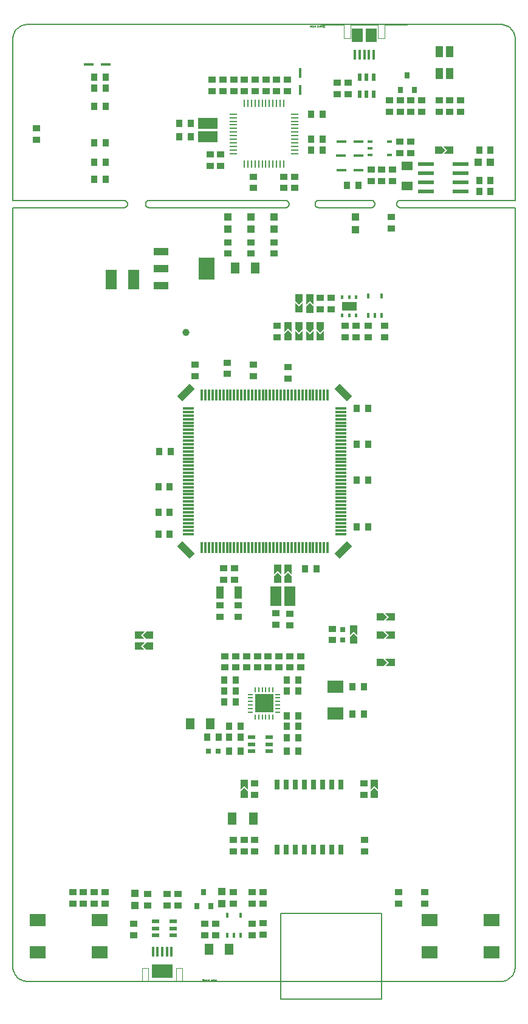
<source format=gbr>
%FSTAX23Y23*%
%MOIN*%
%SFA1B1*%

%IPPOS*%
%AMD30*
4,1,4,0.048600,0.020900,0.020900,0.048600,-0.048600,-0.020900,-0.020900,-0.048600,0.048600,0.020900,0.0*
%
%AMD31*
4,1,4,-0.020900,0.048600,-0.048600,0.020900,0.020900,-0.048600,0.048600,-0.020900,-0.020900,0.048600,0.0*
%
%ADD10R,0.039370X0.039370*%
%ADD11R,0.043310X0.023620*%
%ADD12R,0.035430X0.039370*%
%ADD13R,0.039370X0.035430*%
%ADD14R,0.031500X0.035430*%
%ADD15R,0.025200X0.055120*%
%ADD16R,0.032000X0.040000*%
%ADD17R,0.040000X0.032000*%
%ADD18C,0.039370*%
%ADD19R,0.053150X0.015750*%
%ADD20R,0.015750X0.053150*%
%ADD21R,0.114170X0.074800*%
%ADD22R,0.059060X0.074800*%
%ADD23R,0.030000X0.016000*%
%ADD24R,0.007870X0.039370*%
%ADD25R,0.039370X0.007870*%
%ADD26R,0.016000X0.030000*%
%ADD27R,0.059060X0.106300*%
%ADD28R,0.039370X0.070870*%
%ADD29R,0.023620X0.043310*%
G04~CAMADD=30~9~0.0~0.0~393.7~984.3~0.0~0.0~0~0.0~0.0~0.0~0.0~0~0.0~0.0~0.0~0.0~0~0.0~0.0~0.0~315.0~972.0~971.0*
%ADD30D30*%
G04~CAMADD=31~9~0.0~0.0~393.7~984.3~0.0~0.0~0~0.0~0.0~0.0~0.0~0~0.0~0.0~0.0~0.0~0~0.0~0.0~0.0~45.0~972.0~971.0*
%ADD31D31*%
%ADD32R,0.011810X0.064960*%
%ADD33R,0.064960X0.011810*%
%ADD34R,0.086610X0.023620*%
%ADD35R,0.017720X0.019690*%
%ADD36R,0.078740X0.047240*%
%ADD37R,0.080000X0.040000*%
%ADD38R,0.090000X0.120000*%
%ADD39R,0.039370X0.039370*%
%ADD40R,0.043310X0.059060*%
%ADD41R,0.030000X0.030000*%
%ADD42R,0.015750X0.053150*%
%ADD43R,0.050000X0.060000*%
%ADD44R,0.060000X0.050000*%
%ADD45R,0.059060X0.110240*%
%ADD46R,0.106300X0.059060*%
%ADD47R,0.045280X0.070870*%
%ADD48R,0.030000X0.030000*%
%ADD49R,0.011020X0.027170*%
%ADD50R,0.098430X0.098430*%
%ADD51R,0.027170X0.011020*%
%ADD52R,0.090550X0.070870*%
%ADD53R,0.086610X0.070870*%
%ADD55C,0.005000*%
%ADD70C,0.003940*%
%ADD71C,0.001970*%
%LNmb1137-1*%
%LPD*%
G36*
X00275Y-00299D02*
X00295Y-00319D01*
X00265*
Y-00299*
Y-00279*
X00295*
X00275Y-00299*
G37*
G36*
X00315Y-00319D02*
X00305D01*
X00285Y-00299*
X00305Y-00279*
X00315*
Y-00319*
G37*
G36*
X01626Y-003D02*
X01606Y-0032D01*
X01596*
Y-0028*
X01606*
X01626Y-003*
G37*
G36*
X01646D02*
Y-0032D01*
X01616*
X01636Y-003*
X01616Y-0028*
X01646*
Y-003*
G37*
G36*
Y-002D02*
Y-0022D01*
X01616*
X01636Y-002*
X01616Y-0018*
X01646*
Y-002*
G37*
G36*
X01044Y00022D02*
Y00012D01*
X01004*
Y00022*
X01024Y00042*
X01044Y00022*
G37*
G36*
X0146Y-003D02*
X0144Y-0028D01*
X0142Y-003*
Y-0027*
X0146*
Y-003*
G37*
G36*
X01626Y-002D02*
X01606Y-0022D01*
X01596*
Y-0018*
X01606*
X01626Y-002*
G37*
G36*
X0146Y-0031D02*
Y-0032D01*
X0142*
Y-0031*
X0144Y-0029*
X0146Y-0031*
G37*
G36*
X0086Y-01148D02*
X0084Y-01128D01*
X0082Y-01148*
Y-01118*
X0086*
Y-01148*
G37*
G36*
X01576D02*
X01556Y-01128D01*
X01536Y-01148*
Y-01118*
X01576*
Y-01148*
G37*
G36*
X0086Y-01158D02*
Y-01168D01*
X0082*
Y-01158*
X0084Y-01138*
X0086Y-01158*
G37*
G36*
X01576D02*
Y-01168D01*
X01536*
Y-01158*
X01556Y-01138*
X01576Y-01158*
G37*
G36*
X00275Y-00359D02*
X00295Y-00379D01*
X00265*
Y-00359*
Y-00339*
X00295*
X00275Y-00359*
G37*
G36*
X00315Y-00379D02*
X00305D01*
X00285Y-00359*
X00305Y-00339*
X00315*
Y-00379*
G37*
G36*
X01626Y-0045D02*
X01606Y-0047D01*
X01596*
Y-0043*
X01606*
X01626Y-0045*
G37*
G36*
X01646D02*
Y-0047D01*
X01616*
X01636Y-0045*
X01616Y-0043*
X01646*
Y-0045*
G37*
G36*
X0122Y01505D02*
Y01495D01*
X0118*
Y01505*
X012Y01525*
X0122Y01505*
G37*
G36*
X01161Y01493D02*
X01121D01*
Y01523*
X01141Y01503*
X01161Y01523*
Y01493*
G37*
G36*
X01279Y0138D02*
X01259Y0136D01*
X01239Y0138*
Y0139*
X01279*
Y0138*
G37*
G36*
X01102Y01362D02*
X01082Y01382D01*
X01062Y01362*
Y01392*
X01102*
Y01362*
G37*
G36*
X01945Y0236D02*
X01925Y0234D01*
X01915*
Y0238*
X01925*
X01945Y0236*
G37*
G36*
X01965D02*
Y0234D01*
X01935*
X01955Y0236*
X01935Y0238*
X01965*
Y0236*
G37*
G36*
X01161Y01533D02*
X01141Y01513D01*
X01121Y01533*
Y01543*
X01161*
Y01533*
G37*
G36*
X0122Y01515D02*
X012Y01535D01*
X0118Y01515*
Y01545*
X0122*
Y01515*
G37*
G36*
Y0138D02*
X012Y0136D01*
X0118Y0138*
Y0139*
X0122*
Y0138*
G37*
G36*
X01103Y00032D02*
X01083Y00052D01*
X01063Y00032*
Y00062*
X01103*
Y00032*
G37*
G36*
X01102Y01352D02*
Y01342D01*
X01062*
Y01352*
X01082Y01372*
X01102Y01352*
G37*
G36*
X01103Y00022D02*
Y00012D01*
X01063*
Y00022*
X01083Y00042*
X01103Y00022*
G37*
G36*
X01044Y00032D02*
X01024Y00052D01*
X01004Y00032*
Y00062*
X01044*
Y00032*
G37*
G36*
X01279Y0134D02*
X01239D01*
Y0137*
X01259Y0135*
X01279Y0137*
Y0134*
G37*
G36*
X01161Y0138D02*
X01141Y0136D01*
X01121Y0138*
Y0139*
X01161*
Y0138*
G37*
G36*
Y0134D02*
X01121D01*
Y0137*
X01141Y0135*
X01161Y0137*
Y0134*
G37*
G36*
X0122D02*
X0118D01*
Y0137*
X012Y0135*
X0122Y0137*
Y0134*
G37*
G54D10*
X00879Y01926D03*
Y01993D03*
X00751Y01926D03*
Y01993D03*
X01451Y01992D03*
Y01925D03*
X00242Y-01783D03*
Y-01716D03*
X01004Y01926D03*
Y01993D03*
X00719Y-01706D03*
Y-01773D03*
G54D11*
X00451Y-01871D03*
Y-01909D03*
Y-01946D03*
X00356D03*
Y-01909D03*
Y-01871D03*
X00883Y-00936D03*
Y-00899D03*
Y-00861D03*
X00977D03*
Y-00899D03*
Y-00936D03*
G54D12*
X01076Y-00606D03*
X01139D03*
Y-00547D03*
X01076D03*
Y-00742D03*
X01139D03*
X01076Y-00862D03*
X01139D03*
X01076Y-00801D03*
X01139D03*
X00733Y-00666D03*
X00796D03*
X01208Y02361D03*
X01271D03*
X00733Y-00548D03*
X00796D03*
Y-00607D03*
X00733D03*
X0213Y02134D03*
X02193D03*
X01076Y-00936D03*
X01139D03*
X00433Y00373D03*
X0037D03*
X0213Y0236D03*
X02193D03*
X00821Y-00861D03*
X00758D03*
X01208Y0242D03*
X01271D03*
X00018Y022D03*
X00081D03*
X00018Y02295D03*
X00081D03*
X00018Y024D03*
X00081D03*
X00018Y026D03*
X00081D03*
Y02759D03*
X00018D03*
Y027D03*
X00081D03*
X01497Y-00582D03*
X01434D03*
X00702Y-00861D03*
X00639D03*
X01497Y-00732D03*
X01434D03*
X00821Y-00801D03*
X00758D03*
X01522Y00945D03*
X01459D03*
X0037Y00252D03*
X00433D03*
X01522Y00295D03*
X01459D03*
X01522Y00551D03*
X01459D03*
X01522Y00748D03*
X01459D03*
X00375Y00708D03*
X00438D03*
X0037Y00512D03*
X00433D03*
X01176Y00065D03*
X01239D03*
X0213Y02193D03*
X02193D03*
X01208Y02558D03*
X01271D03*
X01469Y02168D03*
X01406D03*
X00485Y02508D03*
X00548D03*
X00485Y02432D03*
X00548D03*
X00821Y-00937D03*
X00758D03*
G54D13*
X00478Y-01721D03*
Y-01784D03*
X00419D03*
Y-01721D03*
X00236Y-01946D03*
Y-01883D03*
X00796Y-00415D03*
Y-00478D03*
X00747Y01195D03*
Y01132D03*
X01655Y02189D03*
Y02252D03*
X00855Y-00478D03*
Y-00415D03*
X00886Y-01773D03*
Y-0171D03*
X00944Y-01773D03*
Y-0171D03*
X01689Y-01773D03*
Y-0171D03*
X0115Y-00478D03*
Y-00415D03*
X00973Y-00478D03*
Y-00415D03*
X00736D03*
Y-00478D03*
X01522Y01397D03*
Y01334D03*
X00625Y-01945D03*
Y-01882D03*
X00684Y-01945D03*
Y-01882D03*
X00783Y-01773D03*
Y-0171D03*
X01091Y-00415D03*
Y-00478D03*
X00944Y-01944D03*
Y-01881D03*
X0161Y01397D03*
Y01334D03*
X00886Y-01882D03*
Y-01945D03*
X00311Y-01784D03*
Y-01721D03*
X00788Y00003D03*
Y00066D03*
X00729Y00003D03*
Y00066D03*
X-001Y-01773D03*
Y-0171D03*
X-00041Y-01773D03*
Y-0171D03*
X00077Y-01773D03*
Y-0171D03*
X01648Y01993D03*
Y0193D03*
X01352Y02729D03*
Y02666D03*
X01411D03*
Y02729D03*
X01756Y02569D03*
Y02632D03*
X01697D03*
Y02569D03*
X01815Y02632D03*
Y02569D03*
X-003Y02481D03*
Y02418D03*
X02029Y02632D03*
Y02569D03*
X0191D03*
Y02632D03*
X01969Y02569D03*
Y02632D03*
X01117Y02215D03*
Y02152D03*
X00713Y02273D03*
Y02336D03*
X00654Y02273D03*
Y02336D03*
X00842Y02684D03*
Y02747D03*
X00666D03*
Y02684D03*
X00725Y02747D03*
Y02684D03*
X0096Y02747D03*
Y02684D03*
X01019D03*
Y02747D03*
X01078D03*
Y02684D03*
X01004Y01792D03*
Y01855D03*
X01639Y02632D03*
Y02569D03*
X00914Y-00478D03*
Y-00415D03*
X01497Y-01176D03*
Y-01113D03*
X00573Y01182D03*
Y01119D03*
X01082Y01171D03*
Y01108D03*
X00891Y01182D03*
Y01119D03*
X01324Y-00328D03*
Y-00265D03*
X0183Y-01773D03*
Y-0171D03*
X01091Y-00245D03*
Y-00182D03*
X01016Y-00244D03*
Y-00181D03*
X00807Y-00199D03*
Y-00136D03*
X00709Y-00199D03*
Y-00136D03*
X00018Y-01773D03*
Y-0171D03*
X01259Y01487D03*
Y0155D03*
X01396Y01397D03*
Y01334D03*
X01318Y0155D03*
Y01487D03*
X01455Y01334D03*
Y01397D03*
X01058Y02215D03*
Y02152D03*
X0089Y02215D03*
Y02152D03*
X00784Y02684D03*
Y02747D03*
X01696Y02408D03*
Y02345D03*
X01596Y02252D03*
Y02189D03*
X01755Y02345D03*
Y02408D03*
X01537Y02252D03*
Y02189D03*
X00901Y02684D03*
Y02747D03*
X01032Y-00415D03*
Y-00478D03*
X00899Y-01113D03*
Y-01176D03*
Y-01422D03*
Y-01485D03*
X01501Y-01422D03*
Y-01485D03*
X00781D03*
Y-01422D03*
X0084Y-01485D03*
Y-01422D03*
X00878Y01792D03*
Y01855D03*
X0075Y01792D03*
Y01855D03*
X01023Y01397D03*
Y01334D03*
G54D14*
X00619Y-01709D03*
X00657Y-01788D03*
X0058D03*
X01736Y0277D03*
X01774Y02691D03*
X01697D03*
G54D15*
X01372Y-0112D03*
X01322D03*
X01272D03*
X01222D03*
X01172D03*
X01122D03*
X01072D03*
X01022D03*
X01372Y-01475D03*
X01322D03*
X01272D03*
X01222D03*
X01172D03*
X01122D03*
X01072D03*
X01022D03*
G54D16*
X01586Y-003D03*
X01653D03*
X00325Y-00299D03*
X00258D03*
X01586Y-002D03*
X01653D03*
X01586Y-0045D03*
X01653D03*
X00325Y-00359D03*
X00258D03*
X01905Y0236D03*
X01972D03*
G54D17*
X01082Y01332D03*
Y014D03*
X0144Y-0033D03*
Y-00262D03*
X01259Y014D03*
Y01332D03*
X0084Y-01178D03*
Y-01111D03*
X012Y01485D03*
Y01552D03*
Y014D03*
Y01332D03*
X01141Y014D03*
Y01332D03*
X01556Y-01178D03*
Y-01111D03*
X01141Y01486D03*
Y01553D03*
X01024Y00069D03*
Y00002D03*
X01083Y00069D03*
Y00002D03*
G54D18*
X00522Y01361D03*
G54D19*
X01373Y0233D03*
X01468D03*
X01374Y02251D03*
X01469D03*
X01374Y02408D03*
X01469D03*
X-00013Y0283D03*
X00081D03*
G54D20*
X00443Y-02037D03*
X00417D03*
X00392D03*
X00366D03*
X0034D03*
X01551Y02885D03*
X01525D03*
X015D03*
X01474D03*
X01448D03*
G54D21*
X00392Y-02142D03*
G54D22*
X0146Y02991D03*
X01539D03*
G54D23*
X01638Y02408D03*
Y02333D03*
X01531Y02371D03*
Y02333D03*
Y02408D03*
G54D24*
X00959Y02617D03*
X00979D03*
X01038D03*
X01018D03*
X00999D03*
X00959Y02282D03*
X00861Y02617D03*
X00979Y02282D03*
X01038D03*
X00861D03*
X0092Y02617D03*
X01058D03*
X00881Y02282D03*
X0092D03*
X009D03*
X00841D03*
X0094D03*
X00841Y02617D03*
X00881D03*
X00999Y02282D03*
X0094Y02617D03*
X009D03*
X01018Y02282D03*
X01058D03*
G54D25*
X00782Y02381D03*
Y0242D03*
X01117Y02538D03*
X00782Y02499D03*
Y02361D03*
X01117Y0244D03*
X00782Y02518D03*
Y02538D03*
X01117Y0242D03*
X00782Y02479D03*
Y02459D03*
X01117Y02518D03*
X00782Y0244D03*
X01117Y02361D03*
Y02381D03*
Y02341D03*
X00782D03*
X01117Y02479D03*
Y02499D03*
Y024D03*
Y02459D03*
X00782Y02558D03*
Y024D03*
X01117Y02558D03*
G54D26*
X01522Y01559D03*
X01596D03*
X01559Y01452D03*
X01596D03*
X01522D03*
X00747Y-01945D03*
X00822D03*
X00785D03*
X00822Y-01838D03*
X00747D03*
G54D27*
X01015Y-00088D03*
X0109D03*
G54D28*
X00807Y-00065D03*
X00708D03*
G54D29*
X0155Y02666D03*
X01513D03*
X01475D03*
Y02761D03*
X01513D03*
X0155D03*
G54D30*
X01385Y00168D03*
X00522Y01031D03*
G54D31*
X01385Y01031D03*
X00522Y00168D03*
G54D32*
X00609Y00181D03*
X00629D03*
X00648D03*
X00668D03*
X00688D03*
X00707D03*
X00727D03*
X00747D03*
X00766D03*
X00786D03*
X00806D03*
X00826D03*
X00845D03*
X00865D03*
X00885D03*
X00904D03*
X00924D03*
X00944D03*
X00963D03*
X00983D03*
X01003D03*
X01022D03*
X01042D03*
X01062D03*
X01081D03*
X01101D03*
X01121D03*
X01141D03*
X0116D03*
X0118D03*
X012D03*
X01219D03*
X01239D03*
X01259D03*
X01278D03*
X01298D03*
Y01018D03*
X01278D03*
X01259D03*
X01239D03*
X01219D03*
X012D03*
X0118D03*
X0116D03*
X01141D03*
X01121D03*
X01101D03*
X01081D03*
X01062D03*
X01042D03*
X01022D03*
X01003D03*
X00983D03*
X00963D03*
X00944D03*
X00924D03*
X00904D03*
X00885D03*
X00865D03*
X00845D03*
X00826D03*
X00806D03*
X00786D03*
X00766D03*
X00747D03*
X00727D03*
X00707D03*
X00688D03*
X00668D03*
X00648D03*
X00629D03*
X00609D03*
G54D33*
X01372Y00255D03*
Y00275D03*
Y00294D03*
Y00314D03*
Y00334D03*
Y00353D03*
Y00373D03*
Y00393D03*
Y00412D03*
Y00432D03*
Y00452D03*
Y00472D03*
Y00491D03*
Y00511D03*
Y00531D03*
Y0055D03*
Y0057D03*
Y0059D03*
Y00609D03*
Y00629D03*
Y00649D03*
Y00668D03*
Y00688D03*
Y00708D03*
Y00727D03*
Y00747D03*
Y00767D03*
Y00787D03*
Y00806D03*
Y00826D03*
Y00846D03*
Y00865D03*
Y00885D03*
Y00905D03*
Y00924D03*
Y00944D03*
X00535D03*
Y00924D03*
Y00905D03*
Y00885D03*
Y00865D03*
Y00846D03*
Y00826D03*
Y00806D03*
Y00787D03*
Y00767D03*
Y00747D03*
Y00727D03*
Y00708D03*
Y00688D03*
Y00668D03*
Y00649D03*
Y00629D03*
Y00609D03*
Y0059D03*
Y0057D03*
Y0055D03*
Y00531D03*
Y00511D03*
Y00491D03*
Y00472D03*
Y00452D03*
Y00432D03*
Y00412D03*
Y00393D03*
Y00373D03*
Y00353D03*
Y00334D03*
Y00314D03*
Y00294D03*
Y00275D03*
Y00255D03*
G54D34*
X02028Y02134D03*
Y02184D03*
Y02234D03*
Y02284D03*
X01837Y02134D03*
Y02184D03*
Y02234D03*
Y02284D03*
G54D35*
X01379Y01452D03*
X01417D03*
X01379Y01555D03*
X01454D03*
X01417D03*
X01454Y01452D03*
G54D36*
X01417Y01504D03*
G54D37*
X00385Y01711D03*
Y01618D03*
Y01804D03*
G54D38*
X00635Y01711D03*
G54D39*
X02126Y02294D03*
X02193D03*
G54D40*
X0191Y029D03*
Y02781D03*
X01969D03*
Y029D03*
G54D41*
X01382Y-0027D03*
Y-00325D03*
G54D42*
X01147Y0269D03*
Y02785D03*
G54D43*
X00544Y-00785D03*
X00654D03*
X00758Y-02024D03*
X00648D03*
X00903Y01712D03*
X00793D03*
G54D44*
X01735Y02164D03*
Y02274D03*
G54D45*
X00111Y01651D03*
X00234D03*
G54D46*
X00642Y02432D03*
Y02507D03*
G54D47*
X00893Y-01306D03*
X00774D03*
G54D48*
X00699Y-00936D03*
X00644D03*
G54D49*
X0092Y-00749D03*
X0094D03*
X00999D03*
X00979D03*
X00959D03*
X009D03*
Y-00599D03*
X0092D03*
X0094D03*
X00959D03*
X00979D03*
X00999D03*
G54D50*
X0095Y-00674D03*
G54D51*
X00875Y-00723D03*
Y-00703D03*
Y-00684D03*
Y-00664D03*
Y-00644D03*
Y-00625D03*
X01024D03*
Y-00644D03*
Y-00664D03*
Y-00684D03*
Y-00703D03*
Y-00723D03*
G54D52*
X02199Y-02041D03*
X01858D03*
Y-01864D03*
X02199D03*
X00048D03*
X-00292D03*
Y-02041D03*
X00048D03*
G54D53*
X01342Y-00731D03*
Y-00582D03*
G54D55*
X-00427Y-02121D02*
D01*
X-00427Y-02126*
X-00427Y-02132*
X-00426Y-02137*
X-00424Y-02142*
X-00423Y-02148*
X-0042Y-02153*
X-00418Y-02158*
X-00415Y-02162*
X-00412Y-02167*
X-00409Y-02171*
X-00405Y-02175*
X-00401Y-02179*
X-00397Y-02183*
X-00393Y-02186*
X-00388Y-02189*
X-00383Y-02191*
X-00378Y-02194*
X-00373Y-02196*
X-00368Y-02197*
X-00362Y-02198*
X-00357Y-02199*
X-00351Y-02199*
X-00349Y-02199*
X02249Y-02199D02*
D01*
X02254Y-02199*
X0226Y-02199*
X02265Y-02198*
X0227Y-02196*
X02276Y-02195*
X02281Y-02192*
X02286Y-0219*
X0229Y-02187*
X02295Y-02184*
X02299Y-02181*
X02303Y-02177*
X02307Y-02173*
X02311Y-02169*
X02314Y-02165*
X02317Y-0216*
X02319Y-02155*
X02322Y-0215*
X02324Y-02145*
X02325Y-0214*
X02326Y-02134*
X02327Y-02129*
X02327Y-02123*
X02327Y-02121*
X01698Y02085D02*
D01*
X01696Y02084*
X01695Y02084*
X01693Y02084*
X01692Y02084*
X01691Y02083*
X0169Y02083*
X01688Y02082*
X01687Y02082*
X01686Y02081*
X01685Y0208*
X01684Y02079*
X01683Y02078*
X01682Y02077*
X01681Y02076*
X0168Y02075*
X0168Y02073*
X01679Y02072*
X01679Y02071*
X01678Y0207*
X01678Y02068*
X01678Y02067*
X01678Y02066*
Y02064*
X01678Y02063*
X01678Y02061*
X01678Y0206*
X01679Y02059*
X01679Y02057*
X0168Y02056*
X0168Y02055*
X01681Y02054*
X01682Y02053*
X01683Y02052*
X01684Y02051*
X01685Y0205*
X01686Y02049*
X01687Y02048*
X01688Y02047*
X0169Y02047*
X01691Y02046*
X01692Y02046*
X01693Y02046*
X01695Y02045*
X01696Y02045*
X01698Y02045*
X0125Y02085D02*
D01*
X01248Y02084*
X01247Y02084*
X01245Y02084*
X01244Y02084*
X01243Y02083*
X01241Y02083*
X0124Y02082*
X01239Y02082*
X01238Y02081*
X01237Y0208*
X01236Y02079*
X01235Y02078*
X01234Y02077*
X01233Y02076*
X01232Y02075*
X01232Y02073*
X01231Y02072*
X01231Y02071*
X0123Y0207*
X0123Y02068*
X0123Y02067*
X0123Y02066*
Y02064*
X0123Y02063*
X0123Y02061*
X0123Y0206*
X01231Y02059*
X01231Y02057*
X01232Y02056*
X01232Y02055*
X01233Y02054*
X01234Y02053*
X01235Y02052*
X01236Y02051*
X01237Y0205*
X01238Y02049*
X01239Y02048*
X0124Y02047*
X01241Y02047*
X01243Y02046*
X01244Y02046*
X01245Y02046*
X01247Y02045*
X01248Y02045*
X0125Y02045*
X01538D02*
D01*
X01539Y02045*
X01541Y02045*
X01542Y02046*
X01544Y02046*
X01545Y02046*
X01546Y02047*
X01547Y02047*
X01549Y02048*
X0155Y02049*
X01551Y0205*
X01552Y02051*
X01553Y02052*
X01554Y02053*
X01554Y02054*
X01555Y02055*
X01556Y02056*
X01556Y02057*
X01557Y02059*
X01557Y0206*
X01557Y02061*
X01558Y02063*
X01558Y02064*
Y02066*
X01558Y02067*
X01557Y02068*
X01557Y0207*
X01557Y02071*
X01556Y02072*
X01556Y02073*
X01555Y02075*
X01554Y02076*
X01554Y02077*
X01553Y02078*
X01552Y02079*
X01551Y0208*
X0155Y02081*
X01549Y02082*
X01547Y02082*
X01546Y02083*
X01545Y02083*
X01544Y02084*
X01542Y02084*
X01541Y02084*
X01539Y02084*
X01538Y02085*
X00182Y02045D02*
D01*
X00183Y02045*
X00185Y02045*
X00186Y02046*
X00187Y02046*
X00189Y02046*
X0019Y02047*
X00191Y02047*
X00192Y02048*
X00193Y02049*
X00194Y0205*
X00195Y02051*
X00196Y02052*
X00197Y02053*
X00198Y02054*
X00199Y02055*
X00199Y02056*
X002Y02057*
X00201Y02059*
X00201Y0206*
X00201Y02061*
X00201Y02063*
X00201Y02064*
Y02066*
X00201Y02067*
X00201Y02068*
X00201Y0207*
X00201Y02071*
X002Y02072*
X00199Y02073*
X00199Y02075*
X00198Y02076*
X00197Y02077*
X00196Y02078*
X00195Y02079*
X00194Y0208*
X00193Y02081*
X00192Y02082*
X00191Y02082*
X0019Y02083*
X00189Y02083*
X00187Y02084*
X00186Y02084*
X00185Y02084*
X00183Y02084*
X00182Y02085*
X0032D02*
D01*
X00318Y02084*
X00317Y02084*
X00315Y02084*
X00314Y02084*
X00313Y02083*
X00312Y02083*
X0031Y02082*
X00309Y02082*
X00308Y02081*
X00307Y0208*
X00306Y02079*
X00305Y02078*
X00304Y02077*
X00303Y02076*
X00303Y02075*
X00302Y02073*
X00301Y02072*
X00301Y02071*
X003Y0207*
X003Y02068*
X003Y02067*
X003Y02066*
Y02064*
X003Y02063*
X003Y02061*
X003Y0206*
X00301Y02059*
X00301Y02057*
X00302Y02056*
X00303Y02055*
X00303Y02054*
X00304Y02053*
X00305Y02052*
X00306Y02051*
X00307Y0205*
X00308Y02049*
X00309Y02048*
X0031Y02047*
X00312Y02047*
X00313Y02046*
X00314Y02046*
X00315Y02046*
X00317Y02045*
X00318Y02045*
X0032Y02045*
X01068D02*
D01*
X01069Y02045*
X0107Y02045*
X01072Y02046*
X01073Y02046*
X01074Y02046*
X01076Y02047*
X01077Y02047*
X01078Y02048*
X01079Y02049*
X0108Y0205*
X01081Y02051*
X01082Y02052*
X01083Y02053*
X01084Y02054*
X01085Y02055*
X01085Y02056*
X01086Y02057*
X01086Y02059*
X01087Y0206*
X01087Y02061*
X01087Y02063*
X01087Y02064*
Y02066*
X01087Y02067*
X01087Y02068*
X01087Y0207*
X01086Y02071*
X01086Y02072*
X01085Y02073*
X01085Y02075*
X01084Y02076*
X01083Y02077*
X01082Y02078*
X01081Y02079*
X0108Y0208*
X01079Y02081*
X01078Y02082*
X01077Y02082*
X01076Y02083*
X01074Y02083*
X01073Y02084*
X01072Y02084*
X0107Y02084*
X01069Y02084*
X01068Y02085*
X-00349Y03049D02*
D01*
X-00354Y03049*
X-0036Y03048*
X-00365Y03047*
X-0037Y03046*
X-00376Y03044*
X-00381Y03042*
X-00386Y0304*
X-0039Y03037*
X-00395Y03034*
X-00399Y03031*
X-00403Y03027*
X-00407Y03023*
X-00411Y03019*
X-00414Y03014*
X-00417Y0301*
X-00419Y03005*
X-00422Y03*
X-00424Y02995*
X-00425Y02989*
X-00426Y02984*
X-00427Y02979*
X-00427Y02973*
X-00427Y0297*
X02327D02*
D01*
X02327Y02976*
X02327Y02981*
X02326Y02987*
X02324Y02992*
X02323Y02997*
X02321Y03002*
X02318Y03007*
X02315Y03012*
X02312Y03017*
X02309Y03021*
X02305Y03025*
X02301Y03029*
X02297Y03032*
X02293Y03036*
X02288Y03039*
X02283Y03041*
X02278Y03043*
X02273Y03045*
X02268Y03047*
X02262Y03048*
X02257Y03049*
X02251Y03049*
X02249Y03049*
X-00349Y-022D02*
X02249D01*
X0125Y02045D02*
X01538D01*
X0125Y02085D02*
X01538D01*
X-00349Y03049D02*
X02249D01*
X0032Y02045D02*
X01068D01*
X0032Y02085D02*
X01068D01*
X01698Y02045D02*
X02327D01*
X01698Y02085D02*
X02327D01*
X-00427D02*
X00182D01*
X-00427Y02045D02*
X00182D01*
X-00427Y02085D02*
Y0297D01*
X02327Y-02121D02*
Y02045D01*
Y02085D02*
Y0297D01*
D01*
X-00427Y-02121D02*
Y02045D01*
X01043Y-01825D02*
X01594D01*
X01043Y-02297D02*
Y-01825D01*
X01594Y-02297D02*
Y-01825D01*
X01043Y-02297D02*
X01594D01*
X01043Y-02199D02*
X01594D01*
G54D70*
X00155Y-02199D02*
X0028D01*
Y-02125*
X00316*
Y-02199D02*
Y-02125D01*
Y-02199D02*
X00392D01*
X00467*
Y-02125*
X00503*
Y-02199D02*
Y-02125D01*
Y-02199D02*
X00628D01*
X01263Y03047D02*
X01388D01*
Y02973D02*
Y03047D01*
Y02973D02*
X01424D01*
Y03047*
X015*
X01575*
Y02973D02*
Y03047D01*
Y02973D02*
X01611D01*
Y03047*
X01736*
G54D71*
X00612Y-02186D02*
Y-02194D01*
X00615*
X00617Y-02193*
Y-02192*
X00615Y-0219*
X00612*
X00615*
X00617Y-02189*
Y-02188*
X00615Y-02186*
X00612*
X00621Y-02194D02*
X00623D01*
X00625Y-02193*
Y-0219*
X00623Y-02189*
X00621*
X00619Y-0219*
Y-02193*
X00621Y-02194*
X00629Y-02189D02*
X00631D01*
X00632Y-0219*
Y-02194*
X00629*
X00627Y-02193*
X00629Y-02192*
X00632*
X00635Y-02189D02*
Y-02194D01*
Y-02192*
X00636Y-0219*
X00638Y-02189*
X00639*
X00648Y-02186D02*
Y-02194D01*
X00644*
X00643Y-02193*
Y-0219*
X00644Y-02189*
X00648*
X00663Y-02194D02*
X0066D01*
X00659Y-02193*
Y-0219*
X0066Y-02189*
X00663*
X00664Y-0219*
Y-02192*
X00659*
X00672Y-02186D02*
Y-02194D01*
X00668*
X00667Y-02193*
Y-0219*
X00668Y-02189*
X00672*
X00677Y-02197D02*
X00678D01*
X0068Y-02195*
Y-02189*
X00676*
X00674Y-0219*
Y-02193*
X00676Y-02194*
X0068*
X00686D02*
X00684D01*
X00682Y-02193*
Y-0219*
X00684Y-02189*
X00686*
X00688Y-0219*
Y-02192*
X00682*
X0128Y03034D02*
Y03042D01*
X01276*
X01274Y03041*
Y0304*
X01276Y03038*
X0128*
X01276*
X01274Y03037*
Y03036*
X01276Y03034*
X0128*
X0127Y03042D02*
X01268D01*
X01266Y03041*
Y03038*
X01268Y03037*
X0127*
X01272Y03038*
Y03041*
X0127Y03042*
X01262Y03037D02*
X0126D01*
X01259Y03038*
Y03042*
X01262*
X01264Y03041*
X01262Y0304*
X01259*
X01256Y03037D02*
Y03042D01*
Y0304*
X01255Y03038*
X01253Y03037*
X01252*
X01243Y03034D02*
Y03042D01*
X01247*
X01248Y03041*
Y03038*
X01247Y03037*
X01243*
X01228Y03042D02*
X01231D01*
X01232Y03041*
Y03038*
X01231Y03037*
X01228*
X01227Y03038*
Y0304*
X01232*
X01219Y03034D02*
Y03042D01*
X01223*
X01224Y03041*
Y03038*
X01223Y03037*
X01219*
X01214Y03045D02*
X01213D01*
X01211Y03043*
Y03037*
X01215*
X01217Y03038*
Y03041*
X01215Y03042*
X01211*
X01205D02*
X01207D01*
X01209Y03041*
Y03038*
X01207Y03037*
X01205*
X01203Y03038*
Y0304*
X01209*
M02*
</source>
